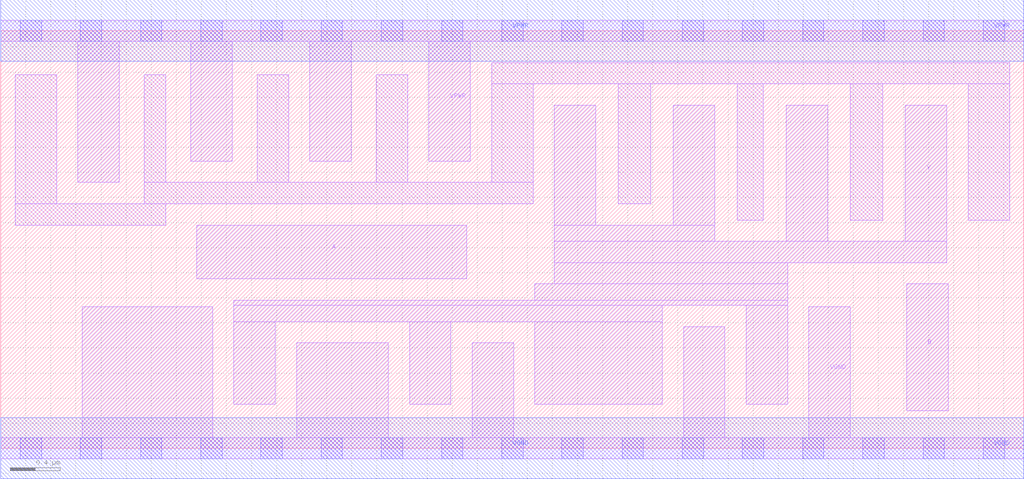
<source format=lef>
# Copyright 2020 The SkyWater PDK Authors
#
# Licensed under the Apache License, Version 2.0 (the "License");
# you may not use this file except in compliance with the License.
# You may obtain a copy of the License at
#
#     https://www.apache.org/licenses/LICENSE-2.0
#
# Unless required by applicable law or agreed to in writing, software
# distributed under the License is distributed on an "AS IS" BASIS,
# WITHOUT WARRANTIES OR CONDITIONS OF ANY KIND, either express or implied.
# See the License for the specific language governing permissions and
# limitations under the License.
#
# SPDX-License-Identifier: Apache-2.0

VERSION 5.7 ;
  NAMESCASESENSITIVE ON ;
  NOWIREEXTENSIONATPIN ON ;
  DIVIDERCHAR "/" ;
  BUSBITCHARS "[]" ;
UNITS
  DATABASE MICRONS 200 ;
END UNITS
MACRO sky130_fd_sc_hs__nor2_8
  CLASS CORE ;
  SOURCE USER ;
  FOREIGN sky130_fd_sc_hs__nor2_8 ;
  ORIGIN  0.000000  0.000000 ;
  SIZE  8.160000 BY  3.330000 ;
  SYMMETRY X Y ;
  SITE unit ;
  PIN A
    ANTENNAGATEAREA  1.788000 ;
    DIRECTION INPUT ;
    USE SIGNAL ;
    PORT
      LAYER li1 ;
        RECT 1.565000 1.350000 3.715000 1.780000 ;
    END
  END A
  PIN B
    ANTENNAGATEAREA  1.788000 ;
    DIRECTION INPUT ;
    USE SIGNAL ;
    PORT
      LAYER li1 ;
        RECT 7.225000 0.300000 7.555000 1.310000 ;
    END
  END B
  PIN Y
    ANTENNADIFFAREA  2.839300 ;
    DIRECTION OUTPUT ;
    USE SIGNAL ;
    PORT
      LAYER li1 ;
        RECT 1.860000 0.350000 2.190000 1.010000 ;
        RECT 1.860000 1.010000 5.275000 1.140000 ;
        RECT 1.860000 1.140000 6.275000 1.180000 ;
        RECT 3.260000 0.350000 3.590000 1.010000 ;
        RECT 4.260000 0.350000 5.275000 1.010000 ;
        RECT 4.260000 1.180000 6.275000 1.310000 ;
        RECT 4.415000 1.310000 6.275000 1.480000 ;
        RECT 4.415000 1.480000 7.545000 1.650000 ;
        RECT 4.415000 1.650000 5.695000 1.780000 ;
        RECT 4.415000 1.780000 4.745000 2.735000 ;
        RECT 5.365000 1.780000 5.695000 2.735000 ;
        RECT 5.945000 0.350000 6.275000 1.140000 ;
        RECT 6.265000 1.650000 6.595000 2.735000 ;
        RECT 7.215000 1.650000 7.545000 2.735000 ;
    END
  END Y
  PIN VGND
    DIRECTION INOUT ;
    USE GROUND ;
    PORT
      LAYER li1 ;
        RECT 0.000000 -0.085000 8.160000 0.085000 ;
        RECT 0.650000  0.085000 1.690000 1.130000 ;
        RECT 2.360000  0.085000 3.090000 0.840000 ;
        RECT 3.760000  0.085000 4.090000 0.840000 ;
        RECT 5.445000  0.085000 5.775000 0.970000 ;
        RECT 6.445000  0.085000 6.775000 1.130000 ;
      LAYER mcon ;
        RECT 0.155000 -0.085000 0.325000 0.085000 ;
        RECT 0.635000 -0.085000 0.805000 0.085000 ;
        RECT 1.115000 -0.085000 1.285000 0.085000 ;
        RECT 1.595000 -0.085000 1.765000 0.085000 ;
        RECT 2.075000 -0.085000 2.245000 0.085000 ;
        RECT 2.555000 -0.085000 2.725000 0.085000 ;
        RECT 3.035000 -0.085000 3.205000 0.085000 ;
        RECT 3.515000 -0.085000 3.685000 0.085000 ;
        RECT 3.995000 -0.085000 4.165000 0.085000 ;
        RECT 4.475000 -0.085000 4.645000 0.085000 ;
        RECT 4.955000 -0.085000 5.125000 0.085000 ;
        RECT 5.435000 -0.085000 5.605000 0.085000 ;
        RECT 5.915000 -0.085000 6.085000 0.085000 ;
        RECT 6.395000 -0.085000 6.565000 0.085000 ;
        RECT 6.875000 -0.085000 7.045000 0.085000 ;
        RECT 7.355000 -0.085000 7.525000 0.085000 ;
        RECT 7.835000 -0.085000 8.005000 0.085000 ;
      LAYER met1 ;
        RECT 0.000000 -0.245000 8.160000 0.245000 ;
    END
  END VGND
  PIN VPWR
    DIRECTION INOUT ;
    USE POWER ;
    PORT
      LAYER li1 ;
        RECT 0.000000 3.245000 8.160000 3.415000 ;
        RECT 0.615000 2.120000 0.945000 3.245000 ;
        RECT 1.515000 2.290000 1.845000 3.245000 ;
        RECT 2.465000 2.290000 2.795000 3.245000 ;
        RECT 3.415000 2.290000 3.745000 3.245000 ;
      LAYER mcon ;
        RECT 0.155000 3.245000 0.325000 3.415000 ;
        RECT 0.635000 3.245000 0.805000 3.415000 ;
        RECT 1.115000 3.245000 1.285000 3.415000 ;
        RECT 1.595000 3.245000 1.765000 3.415000 ;
        RECT 2.075000 3.245000 2.245000 3.415000 ;
        RECT 2.555000 3.245000 2.725000 3.415000 ;
        RECT 3.035000 3.245000 3.205000 3.415000 ;
        RECT 3.515000 3.245000 3.685000 3.415000 ;
        RECT 3.995000 3.245000 4.165000 3.415000 ;
        RECT 4.475000 3.245000 4.645000 3.415000 ;
        RECT 4.955000 3.245000 5.125000 3.415000 ;
        RECT 5.435000 3.245000 5.605000 3.415000 ;
        RECT 5.915000 3.245000 6.085000 3.415000 ;
        RECT 6.395000 3.245000 6.565000 3.415000 ;
        RECT 6.875000 3.245000 7.045000 3.415000 ;
        RECT 7.355000 3.245000 7.525000 3.415000 ;
        RECT 7.835000 3.245000 8.005000 3.415000 ;
      LAYER met1 ;
        RECT 0.000000 3.085000 8.160000 3.575000 ;
    END
  END VPWR
  OBS
    LAYER li1 ;
      RECT 0.115000 1.780000 1.315000 1.950000 ;
      RECT 0.115000 1.950000 0.445000 2.980000 ;
      RECT 1.145000 1.950000 4.245000 2.120000 ;
      RECT 1.145000 2.120000 1.315000 2.980000 ;
      RECT 2.045000 2.120000 2.295000 2.980000 ;
      RECT 2.995000 2.120000 3.245000 2.980000 ;
      RECT 3.915000 2.120000 4.245000 2.905000 ;
      RECT 3.915000 2.905000 8.045000 3.075000 ;
      RECT 4.925000 1.950000 5.185000 2.905000 ;
      RECT 5.875000 1.820000 6.080000 2.905000 ;
      RECT 6.775000 1.820000 7.035000 2.905000 ;
      RECT 7.715000 1.820000 8.045000 2.905000 ;
  END
END sky130_fd_sc_hs__nor2_8

</source>
